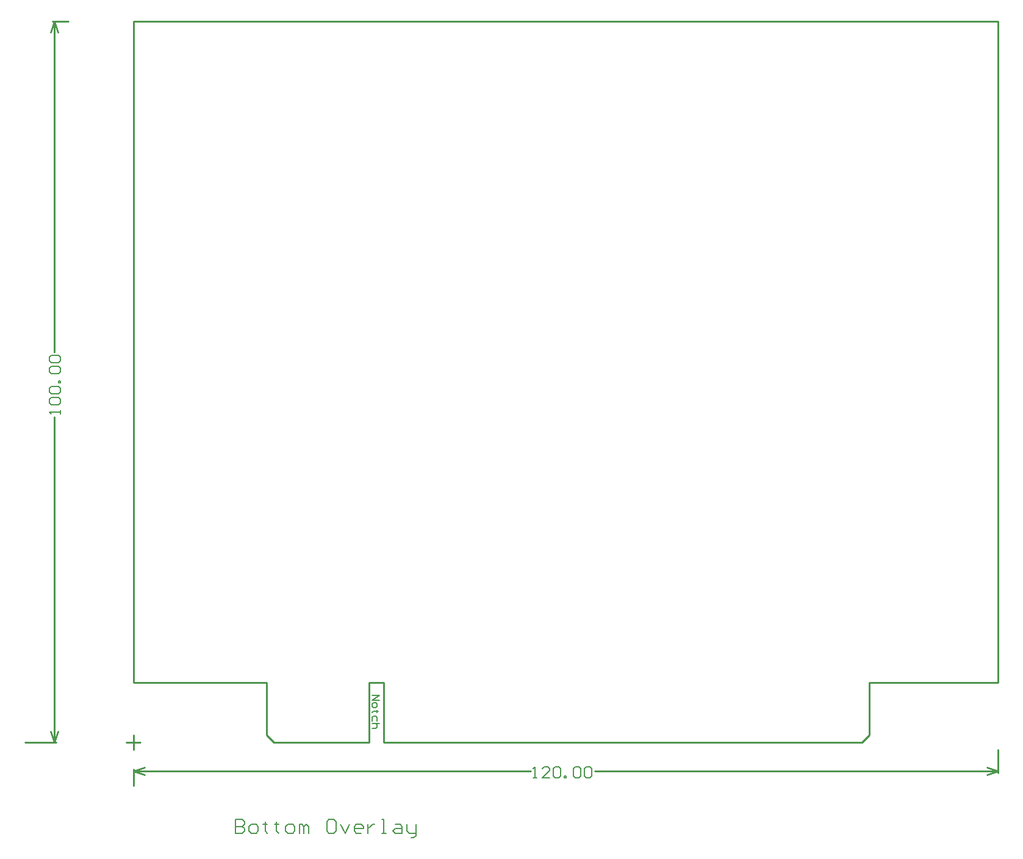
<source format=gbo>
G04*
G04 #@! TF.GenerationSoftware,Altium Limited,CircuitStudio,1.5.2 (30)*
G04*
G04 Layer_Color=12632256*
%FSLAX25Y25*%
%MOIN*%
G70*
G01*
G75*
%ADD11C,0.01000*%
%ADD13C,0.00800*%
%ADD14C,0.00600*%
D11*
X744626Y1118252D02*
Y1131063D01*
X272185Y1111378D02*
Y1120252D01*
X524400Y1119252D02*
X744626D01*
X272185D02*
X489211D01*
X738626Y1121252D02*
X744626Y1119252D01*
X738626Y1117252D02*
X744626Y1119252D01*
X272185D02*
X278185Y1117252D01*
X272185Y1119252D02*
X278185Y1121252D01*
X227878Y1528701D02*
X236752D01*
X213130Y1135000D02*
X229878D01*
X228878Y1347845D02*
Y1528701D01*
Y1135000D02*
Y1312656D01*
X226878Y1522701D02*
X228878Y1528701D01*
X230878Y1522701D01*
X228878Y1135000D02*
X230878Y1141000D01*
X226878D02*
X228878Y1135000D01*
X401000Y1167500D02*
X409000D01*
X401000Y1135000D02*
Y1167500D01*
X350000Y1135000D02*
X401000D01*
X409000D02*
Y1167500D01*
Y1135000D02*
X670000D01*
X272185Y1131063D02*
Y1138937D01*
X268248Y1135000D02*
X276122D01*
X349700D02*
X401000D01*
X409000D02*
Y1167500D01*
X401000Y1135000D02*
Y1167500D01*
X409000Y1135000D02*
X670300D01*
X674300Y1139000D02*
Y1167500D01*
X670300Y1135000D02*
X674300Y1139000D01*
X344937D02*
Y1167480D01*
Y1139000D02*
X348937Y1135000D01*
X349700D01*
X272185Y1167480D02*
Y1528701D01*
X744626D01*
Y1167500D02*
Y1528701D01*
X674300Y1167500D02*
X744449D01*
X272185Y1167480D02*
X344937D01*
D13*
X327913Y1092813D02*
Y1085315D01*
X331662D01*
X332912Y1086565D01*
Y1087814D01*
X331662Y1089064D01*
X327913D01*
X331662D01*
X332912Y1090313D01*
Y1091563D01*
X331662Y1092813D01*
X327913D01*
X336661Y1085315D02*
X339160D01*
X340409Y1086565D01*
Y1089064D01*
X339160Y1090313D01*
X336661D01*
X335411Y1089064D01*
Y1086565D01*
X336661Y1085315D01*
X344158Y1091563D02*
Y1090313D01*
X342909D01*
X345408D01*
X344158D01*
Y1086565D01*
X345408Y1085315D01*
X350406Y1091563D02*
Y1090313D01*
X349156D01*
X351656D01*
X350406D01*
Y1086565D01*
X351656Y1085315D01*
X356654D02*
X359153D01*
X360403Y1086565D01*
Y1089064D01*
X359153Y1090313D01*
X356654D01*
X355404Y1089064D01*
Y1086565D01*
X356654Y1085315D01*
X362902D02*
Y1090313D01*
X364152D01*
X365401Y1089064D01*
Y1085315D01*
Y1089064D01*
X366651Y1090313D01*
X367900Y1089064D01*
Y1085315D01*
X381646Y1092813D02*
X379147D01*
X377897Y1091563D01*
Y1086565D01*
X379147Y1085315D01*
X381646D01*
X382896Y1086565D01*
Y1091563D01*
X381646Y1092813D01*
X385395Y1090313D02*
X387894Y1085315D01*
X390393Y1090313D01*
X396641Y1085315D02*
X394142D01*
X392892Y1086565D01*
Y1089064D01*
X394142Y1090313D01*
X396641D01*
X397891Y1089064D01*
Y1087814D01*
X392892D01*
X400390Y1090313D02*
Y1085315D01*
Y1087814D01*
X401640Y1089064D01*
X402889Y1090313D01*
X404139D01*
X407888Y1085315D02*
X410387D01*
X409137D01*
Y1092813D01*
X407888D01*
X415385Y1090313D02*
X417884D01*
X419134Y1089064D01*
Y1085315D01*
X415385D01*
X414136Y1086565D01*
X415385Y1087814D01*
X419134D01*
X421633Y1090313D02*
Y1086565D01*
X422883Y1085315D01*
X426631D01*
Y1084065D01*
X425382Y1082816D01*
X424132D01*
X426631Y1085315D02*
Y1090313D01*
X402500Y1160500D02*
X406499D01*
X402500Y1157834D01*
X406499D01*
X402500Y1155835D02*
Y1154502D01*
X403166Y1153835D01*
X404499D01*
X405166Y1154502D01*
Y1155835D01*
X404499Y1156501D01*
X403166D01*
X402500Y1155835D01*
X405832Y1151836D02*
X405166D01*
Y1152503D01*
Y1151170D01*
Y1151836D01*
X403166D01*
X402500Y1151170D01*
X405166Y1146504D02*
Y1148504D01*
X404499Y1149170D01*
X403166D01*
X402500Y1148504D01*
Y1146504D01*
X406499Y1145172D02*
X402500D01*
X404499D01*
X405166Y1144505D01*
Y1143172D01*
X404499Y1142506D01*
X402500D01*
D14*
X490811Y1115653D02*
X492810D01*
X491810D01*
Y1121651D01*
X490811Y1120651D01*
X499808Y1115653D02*
X495809D01*
X499808Y1119652D01*
Y1120651D01*
X498808Y1121651D01*
X496809D01*
X495809Y1120651D01*
X501807D02*
X502807Y1121651D01*
X504806D01*
X505806Y1120651D01*
Y1116653D01*
X504806Y1115653D01*
X502807D01*
X501807Y1116653D01*
Y1120651D01*
X507805Y1115653D02*
Y1116653D01*
X508805D01*
Y1115653D01*
X507805D01*
X512804Y1120651D02*
X513803Y1121651D01*
X515802D01*
X516802Y1120651D01*
Y1116653D01*
X515802Y1115653D01*
X513803D01*
X512804Y1116653D01*
Y1120651D01*
X518802D02*
X519801Y1121651D01*
X521801D01*
X522800Y1120651D01*
Y1116653D01*
X521801Y1115653D01*
X519801D01*
X518802Y1116653D01*
Y1120651D01*
X232477Y1314256D02*
Y1316255D01*
Y1315255D01*
X226479D01*
X227479Y1314256D01*
Y1319254D02*
X226479Y1320254D01*
Y1322253D01*
X227479Y1323253D01*
X231477D01*
X232477Y1322253D01*
Y1320254D01*
X231477Y1319254D01*
X227479D01*
Y1325252D02*
X226479Y1326252D01*
Y1328251D01*
X227479Y1329251D01*
X231477D01*
X232477Y1328251D01*
Y1326252D01*
X231477Y1325252D01*
X227479D01*
X232477Y1331250D02*
X231477D01*
Y1332250D01*
X232477D01*
Y1331250D01*
X227479Y1336248D02*
X226479Y1337248D01*
Y1339248D01*
X227479Y1340247D01*
X231477D01*
X232477Y1339248D01*
Y1337248D01*
X231477Y1336248D01*
X227479D01*
Y1342247D02*
X226479Y1343246D01*
Y1345245D01*
X227479Y1346245D01*
X231477D01*
X232477Y1345245D01*
Y1343246D01*
X231477Y1342247D01*
X227479D01*
M02*

</source>
